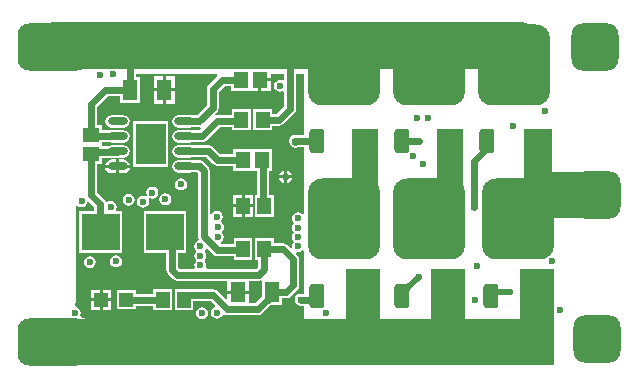
<source format=gtl>
G04*
G04 #@! TF.GenerationSoftware,Altium Limited,Altium Designer,20.0.13 (296)*
G04*
G04 Layer_Physical_Order=1*
G04 Layer_Color=255*
%FSLAX44Y44*%
%MOMM*%
G71*
G01*
G75*
G04:AMPARAMS|DCode=17|XSize=1.27mm|YSize=2.032mm|CornerRadius=0.254mm|HoleSize=0mm|Usage=FLASHONLY|Rotation=0.000|XOffset=0mm|YOffset=0mm|HoleType=Round|Shape=RoundedRectangle|*
%AMROUNDEDRECTD17*
21,1,1.2700,1.5240,0,0,0.0*
21,1,0.7620,2.0320,0,0,0.0*
1,1,0.5080,0.3810,-0.7620*
1,1,0.5080,-0.3810,-0.7620*
1,1,0.5080,-0.3810,0.7620*
1,1,0.5080,0.3810,0.7620*
%
%ADD17ROUNDEDRECTD17*%
G04:AMPARAMS|DCode=18|XSize=6.096mm|YSize=6.858mm|CornerRadius=1.2192mm|HoleSize=0mm|Usage=FLASHONLY|Rotation=0.000|XOffset=0mm|YOffset=0mm|HoleType=Round|Shape=RoundedRectangle|*
%AMROUNDEDRECTD18*
21,1,6.0960,4.4196,0,0,0.0*
21,1,3.6576,6.8580,0,0,0.0*
1,1,2.4384,1.8288,-2.2098*
1,1,2.4384,-1.8288,-2.2098*
1,1,2.4384,-1.8288,2.2098*
1,1,2.4384,1.8288,2.2098*
%
%ADD18ROUNDEDRECTD18*%
%ADD19R,2.5600X3.4500*%
%ADD20O,1.6500X0.6500*%
%ADD21R,1.2000X1.4000*%
%ADD22R,3.2000X3.1500*%
%ADD23R,1.2000X1.2000*%
%ADD24R,1.3000X1.8000*%
%ADD25R,1.4000X1.3000*%
G04:AMPARAMS|DCode=26|XSize=4mm|YSize=4mm|CornerRadius=1mm|HoleSize=0mm|Usage=FLASHONLY|Rotation=90.000|XOffset=0mm|YOffset=0mm|HoleType=Round|Shape=RoundedRectangle|*
%AMROUNDEDRECTD26*
21,1,4.0000,2.0000,0,0,90.0*
21,1,2.0000,4.0000,0,0,90.0*
1,1,2.0000,1.0000,1.0000*
1,1,2.0000,1.0000,-1.0000*
1,1,2.0000,-1.0000,-1.0000*
1,1,2.0000,-1.0000,1.0000*
%
%ADD26ROUNDEDRECTD26*%
G04:AMPARAMS|DCode=27|XSize=4mm|YSize=6mm|CornerRadius=1mm|HoleSize=0mm|Usage=FLASHONLY|Rotation=90.000|XOffset=0mm|YOffset=0mm|HoleType=Round|Shape=RoundedRectangle|*
%AMROUNDEDRECTD27*
21,1,4.0000,4.0000,0,0,90.0*
21,1,2.0000,6.0000,0,0,90.0*
1,1,2.0000,2.0000,1.0000*
1,1,2.0000,2.0000,-1.0000*
1,1,2.0000,-2.0000,-1.0000*
1,1,2.0000,-2.0000,1.0000*
%
%ADD27ROUNDEDRECTD27*%
%ADD28R,1.3000X1.4000*%
%ADD29C,4.0000*%
%ADD30R,2.9000X8.0750*%
%ADD31R,44.0500X3.9250*%
%ADD45C,0.5000*%
%ADD46C,0.6000*%
%ADD47R,6.1750X4.0000*%
%ADD48R,2.4750X5.6750*%
%ADD49R,2.3250X5.6750*%
%ADD50C,0.6000*%
G36*
X916500Y780328D02*
X910608D01*
X909250Y780598D01*
X907299Y780210D01*
X905645Y779105D01*
X904540Y777451D01*
X904152Y775500D01*
X904196Y775277D01*
Y774788D01*
X904585Y772837D01*
X905690Y771183D01*
X907344Y770078D01*
X909294Y769690D01*
X911245Y770078D01*
X911326Y770132D01*
X916500D01*
Y713803D01*
X915230Y713417D01*
X915105Y713605D01*
X913451Y714710D01*
X911500Y715098D01*
X909549Y714710D01*
X907895Y713605D01*
X906790Y711951D01*
X906402Y710000D01*
X906790Y708049D01*
X907555Y706905D01*
X907792Y706000D01*
X907555Y705095D01*
X906790Y703951D01*
X906402Y702000D01*
X906790Y700049D01*
X907555Y698905D01*
X907792Y698000D01*
X907555Y697095D01*
X906790Y695951D01*
X906402Y694000D01*
X906790Y692049D01*
X907555Y690905D01*
X907792Y690000D01*
X907555Y689095D01*
X906790Y687951D01*
X906402Y686000D01*
X906563Y685193D01*
X905392Y684567D01*
X902605Y687355D01*
X900951Y688460D01*
X899000Y688848D01*
X891000D01*
Y692750D01*
X875000D01*
Y674750D01*
X877902D01*
Y668619D01*
X876381Y667098D01*
X834236D01*
X833523Y668368D01*
X833848Y670000D01*
X833460Y671951D01*
X832695Y673095D01*
X832458Y674000D01*
X832695Y674905D01*
X833460Y676049D01*
X833848Y678000D01*
X833460Y679951D01*
X832695Y681095D01*
X832458Y682000D01*
X832695Y682905D01*
X833328Y683852D01*
X834701Y684276D01*
X839582Y679395D01*
X841235Y678290D01*
X843186Y677902D01*
X857000D01*
Y674750D01*
X873000D01*
Y692750D01*
X857000D01*
Y688098D01*
X846577D01*
X846192Y689368D01*
X847355Y690145D01*
X848460Y691799D01*
X848848Y693750D01*
X848460Y695701D01*
X847355Y697355D01*
Y698478D01*
X847605Y698645D01*
X848710Y700299D01*
X849098Y702250D01*
X848710Y704201D01*
X847605Y705855D01*
X846901Y706325D01*
X846441Y707545D01*
X847546Y709199D01*
X847934Y711150D01*
X847546Y713101D01*
X846441Y714754D01*
X844787Y715860D01*
X842836Y716248D01*
X840885Y715860D01*
X839231Y714754D01*
X838126Y713101D01*
X838118Y713060D01*
X836848Y713185D01*
Y750185D01*
X836460Y752136D01*
X835355Y753790D01*
X831840Y757305D01*
X830186Y758410D01*
X828235Y758798D01*
X821531D01*
X820250Y759053D01*
X810250D01*
X808202Y758645D01*
X806465Y757485D01*
X805305Y755748D01*
X804897Y753700D01*
X805305Y751652D01*
X806465Y749915D01*
X808202Y748755D01*
X810250Y748347D01*
X820250D01*
X821531Y748602D01*
X826124D01*
X826652Y748074D01*
Y694436D01*
X827040Y692485D01*
X827424Y691911D01*
X826938Y690738D01*
X826799Y690710D01*
X825145Y689605D01*
X824040Y687951D01*
X823652Y686000D01*
X824040Y684049D01*
X824805Y682905D01*
X825042Y682000D01*
X824805Y681095D01*
X824040Y679951D01*
X823652Y678000D01*
X824040Y676049D01*
X824805Y674905D01*
X825042Y674000D01*
X824805Y673095D01*
X824040Y671951D01*
X823652Y670000D01*
X823977Y668368D01*
X823264Y667098D01*
X811376D01*
X810348Y668126D01*
Y680250D01*
X817000D01*
Y715750D01*
X781000D01*
Y680250D01*
X800152D01*
Y666015D01*
X800540Y664064D01*
X801645Y662410D01*
X805660Y658395D01*
X807314Y657290D01*
X809265Y656902D01*
X851710D01*
Y648270D01*
X860750D01*
X869790D01*
Y656902D01*
X878493D01*
X879980Y657198D01*
X881250Y656418D01*
Y643960D01*
X875615Y638325D01*
X875500Y638348D01*
X874243Y638098D01*
X869790D01*
Y645730D01*
X860750D01*
X851710D01*
Y641909D01*
X850537Y641423D01*
X843605Y648355D01*
X841951Y649460D01*
X840000Y649848D01*
X818000D01*
X817507Y649750D01*
X807000D01*
Y631750D01*
X823000D01*
Y639652D01*
X837888D01*
X841582Y635958D01*
X841214Y634743D01*
X841049Y634710D01*
X839395Y633605D01*
X838290Y631951D01*
X837902Y630000D01*
X838290Y628049D01*
X839395Y626395D01*
X841049Y625290D01*
X843000Y624902D01*
X844951Y625290D01*
X846605Y626395D01*
X847710Y628049D01*
X847729Y628146D01*
X849140Y628730D01*
X849799Y628290D01*
X851750Y627902D01*
X875500D01*
X876500Y628101D01*
X877500Y627902D01*
X879451Y628290D01*
X881105Y629395D01*
X887710Y636000D01*
X898250D01*
Y642152D01*
X901750D01*
X903701Y642540D01*
X905355Y643645D01*
X911105Y649395D01*
X912210Y651049D01*
X912598Y653000D01*
Y675250D01*
X912210Y677201D01*
X911105Y678855D01*
X910068Y679892D01*
X910693Y681062D01*
X911500Y680902D01*
X913451Y681290D01*
X915105Y682395D01*
X915230Y682583D01*
X916500Y682197D01*
Y646098D01*
X913750D01*
X911799Y645710D01*
X910145Y644605D01*
X909040Y642951D01*
X908652Y641000D01*
X909040Y639049D01*
X910145Y637395D01*
X911799Y636290D01*
X913750Y635902D01*
X916500D01*
Y622000D01*
X733993D01*
X732694Y623694D01*
X730074Y625704D01*
X728036Y626548D01*
X727345Y627799D01*
X727733Y629750D01*
X727345Y631701D01*
X726240Y633355D01*
X724586Y634460D01*
X723530Y634670D01*
X722733Y636064D01*
X722928Y636536D01*
X723384Y640000D01*
X723334D01*
Y720572D01*
X724604Y720957D01*
X724645Y720895D01*
X726299Y719790D01*
X728250Y719402D01*
X730201Y719790D01*
X731855Y720895D01*
X732960Y722549D01*
X733165Y723579D01*
X734543Y723997D01*
X739152Y719388D01*
Y715750D01*
X726500D01*
Y680250D01*
X762500D01*
Y715750D01*
X758127D01*
X757448Y717020D01*
X757771Y717504D01*
X758159Y719455D01*
X757771Y721405D01*
X756666Y723059D01*
X755012Y724165D01*
X753061Y724553D01*
X751110Y724165D01*
X750230Y723576D01*
X749078Y723463D01*
X748642Y723926D01*
X747855Y725105D01*
X741348Y731612D01*
Y755750D01*
X745250D01*
Y761206D01*
X752950D01*
X753750Y761047D01*
X763750D01*
X765798Y761455D01*
X767535Y762615D01*
X768695Y764352D01*
X769103Y766400D01*
X768695Y768448D01*
X767535Y770185D01*
X765798Y771345D01*
X763750Y771753D01*
X753750D01*
X751988Y771402D01*
X745250D01*
Y772750D01*
X745250D01*
Y774098D01*
X751988D01*
X753750Y773747D01*
X763750D01*
X765798Y774155D01*
X767535Y775315D01*
X768695Y777052D01*
X769103Y779100D01*
X768695Y781148D01*
X767535Y782885D01*
X765798Y784045D01*
X763750Y784453D01*
X753750D01*
X752950Y784294D01*
X745250D01*
Y788750D01*
X741348D01*
Y804388D01*
X750612Y813652D01*
X760750D01*
Y807500D01*
X777750D01*
Y829500D01*
X774348D01*
Y831750D01*
X842744D01*
X843270Y830480D01*
X835645Y822855D01*
X834540Y821201D01*
X834152Y819250D01*
Y805112D01*
X826034Y796994D01*
X821050D01*
X820250Y797153D01*
X810250D01*
X808202Y796745D01*
X806465Y795585D01*
X805305Y793848D01*
X804897Y791800D01*
X805305Y789752D01*
X806465Y788015D01*
X808202Y786855D01*
X810250Y786447D01*
X820250D01*
X822012Y786798D01*
X828146D01*
X828952Y786958D01*
X829578Y785788D01*
X827988Y784198D01*
X821531D01*
X820250Y784453D01*
X810250D01*
X808202Y784045D01*
X806465Y782885D01*
X805305Y781148D01*
X804897Y779100D01*
X805305Y777052D01*
X806465Y775315D01*
X808202Y774155D01*
X810250Y773747D01*
X820250D01*
X821531Y774002D01*
X830100D01*
X832051Y774390D01*
X833705Y775495D01*
X845112Y786902D01*
X855500D01*
Y784250D01*
X871500D01*
Y802250D01*
X855500D01*
Y797098D01*
X843000D01*
X842193Y796937D01*
X841568Y798108D01*
X842855Y799395D01*
X843960Y801049D01*
X844348Y803000D01*
Y817138D01*
X849362Y822152D01*
X854750D01*
Y818000D01*
X870210D01*
Y817460D01*
X877980D01*
Y827000D01*
X879250D01*
Y828270D01*
X888290D01*
Y831750D01*
X899652D01*
Y827087D01*
X898532Y826489D01*
X898201Y826710D01*
X896250Y827098D01*
X894299Y826710D01*
X892645Y825605D01*
X891540Y823951D01*
X891152Y822000D01*
X891540Y820049D01*
X892645Y818395D01*
X894299Y817290D01*
X896250Y816902D01*
X898201Y817290D01*
X898532Y817511D01*
X899652Y816913D01*
Y804862D01*
X893138Y798348D01*
X889500D01*
Y802250D01*
X873500D01*
Y784250D01*
X889500D01*
Y788152D01*
X895250D01*
X897201Y788540D01*
X898855Y789645D01*
X908355Y799145D01*
X909460Y800799D01*
X909848Y802750D01*
Y820750D01*
X909724Y821375D01*
X909848Y822000D01*
Y831750D01*
X916500D01*
Y780328D01*
D02*
G37*
%LPC*%
G36*
X807290Y830040D02*
X799520D01*
Y819770D01*
X807290D01*
Y830040D01*
D02*
G37*
G36*
X796980D02*
X789210D01*
Y819770D01*
X796980D01*
Y830040D01*
D02*
G37*
G36*
X888290Y825730D02*
X880520D01*
Y817460D01*
X888290D01*
Y825730D01*
D02*
G37*
G36*
X807290Y817230D02*
X799520D01*
Y806960D01*
X807290D01*
Y817230D01*
D02*
G37*
G36*
X796980D02*
X789210D01*
Y806960D01*
X796980D01*
Y817230D01*
D02*
G37*
G36*
X763750Y797153D02*
X753750D01*
X751702Y796745D01*
X749965Y795585D01*
X748805Y793848D01*
X748397Y791800D01*
X748805Y789752D01*
X749965Y788015D01*
X751702Y786855D01*
X753750Y786447D01*
X763750D01*
X765798Y786855D01*
X767535Y788015D01*
X768695Y789752D01*
X769103Y791800D01*
X768695Y793848D01*
X767535Y795585D01*
X765798Y796745D01*
X763750Y797153D01*
D02*
G37*
G36*
Y759603D02*
X760020D01*
Y754970D01*
X769401D01*
X769204Y755959D01*
X767924Y757874D01*
X766009Y759154D01*
X763750Y759603D01*
D02*
G37*
G36*
X757480D02*
X753750D01*
X751491Y759154D01*
X749576Y757874D01*
X748296Y755959D01*
X748099Y754970D01*
X757480D01*
Y759603D01*
D02*
G37*
G36*
X801800Y792000D02*
X772200D01*
Y753500D01*
X801800D01*
Y792000D01*
D02*
G37*
G36*
X769401Y752430D02*
X760020D01*
Y747796D01*
X763750D01*
X766009Y748246D01*
X767924Y749526D01*
X769204Y751441D01*
X769401Y752430D01*
D02*
G37*
G36*
X757480D02*
X748099D01*
X748296Y751441D01*
X749576Y749526D01*
X751491Y748246D01*
X753750Y747796D01*
X757480D01*
Y752430D01*
D02*
G37*
G36*
X902270Y750396D02*
Y746270D01*
X906396D01*
X906218Y747162D01*
X904994Y748994D01*
X903162Y750219D01*
X902270Y750396D01*
D02*
G37*
G36*
X899730D02*
X898838Y750219D01*
X897006Y748994D01*
X895781Y747162D01*
X895604Y746270D01*
X899730D01*
Y750396D01*
D02*
G37*
G36*
X906396Y743730D02*
X902270D01*
Y739604D01*
X903162Y739781D01*
X904994Y741006D01*
X906218Y742838D01*
X906396Y743730D01*
D02*
G37*
G36*
X899730D02*
X895604D01*
X895781Y742838D01*
X897006Y741006D01*
X898838Y739781D01*
X899730Y739604D01*
Y743730D01*
D02*
G37*
G36*
X812500Y743598D02*
X810549Y743210D01*
X808895Y742105D01*
X807790Y740451D01*
X807402Y738500D01*
X807790Y736549D01*
X808895Y734895D01*
X810549Y733790D01*
X812500Y733402D01*
X814451Y733790D01*
X816105Y734895D01*
X817210Y736549D01*
X817598Y738500D01*
X817210Y740451D01*
X816105Y742105D01*
X814451Y743210D01*
X812500Y743598D01*
D02*
G37*
G36*
X788250Y736598D02*
X786299Y736210D01*
X784645Y735105D01*
X783540Y733451D01*
X783152Y731500D01*
X783540Y729549D01*
X783704Y729305D01*
X782788Y728389D01*
X782307Y728710D01*
X780357Y729098D01*
X778406Y728710D01*
X776752Y727605D01*
X775647Y725951D01*
X775259Y724000D01*
X775647Y722049D01*
X776752Y720395D01*
X778406Y719290D01*
X780357Y718902D01*
X782307Y719290D01*
X783961Y720395D01*
X785066Y722049D01*
X785454Y724000D01*
X785066Y725951D01*
X784903Y726196D01*
X785819Y727111D01*
X786299Y726790D01*
X788250Y726402D01*
X790201Y726790D01*
X791855Y727895D01*
X792960Y729549D01*
X793348Y731500D01*
X792960Y733451D01*
X791855Y735105D01*
X790201Y736210D01*
X788250Y736598D01*
D02*
G37*
G36*
X873540Y729790D02*
X866270D01*
Y721520D01*
X873540D01*
Y729790D01*
D02*
G37*
G36*
X863730D02*
X856460D01*
Y721520D01*
X863730D01*
Y729790D01*
D02*
G37*
G36*
X799250Y730848D02*
X797299Y730460D01*
X795645Y729355D01*
X794540Y727701D01*
X794152Y725750D01*
X794540Y723799D01*
X795645Y722145D01*
X797299Y721040D01*
X799250Y720652D01*
X801201Y721040D01*
X802855Y722145D01*
X803960Y723799D01*
X804348Y725750D01*
X803960Y727701D01*
X802855Y729355D01*
X801201Y730460D01*
X799250Y730848D01*
D02*
G37*
G36*
X768250Y730598D02*
X766299Y730210D01*
X764645Y729105D01*
X763540Y727451D01*
X763152Y725500D01*
X763540Y723549D01*
X764645Y721895D01*
X766299Y720790D01*
X768250Y720402D01*
X770201Y720790D01*
X771855Y721895D01*
X772960Y723549D01*
X773348Y725500D01*
X772960Y727451D01*
X771855Y729105D01*
X770201Y730210D01*
X768250Y730598D01*
D02*
G37*
G36*
X820250Y771753D02*
X810250D01*
X808202Y771345D01*
X806465Y770185D01*
X805305Y768448D01*
X804897Y766400D01*
X805305Y764352D01*
X806465Y762615D01*
X808202Y761455D01*
X810250Y761047D01*
X820250D01*
X821531Y761302D01*
X833738D01*
X839395Y755645D01*
X841049Y754540D01*
X843000Y754152D01*
X856250D01*
Y750250D01*
X876777D01*
Y729250D01*
X875000D01*
Y711250D01*
X891000D01*
Y729250D01*
X886973D01*
Y750250D01*
X889250D01*
Y768250D01*
X856250D01*
Y764348D01*
X845112D01*
X839455Y770005D01*
X837801Y771110D01*
X835850Y771498D01*
X821531D01*
X820250Y771753D01*
D02*
G37*
G36*
X873540Y718980D02*
X866270D01*
Y710710D01*
X873540D01*
Y718980D01*
D02*
G37*
G36*
X863730D02*
X856460D01*
Y710710D01*
X863730D01*
Y718980D01*
D02*
G37*
G36*
X757500Y678348D02*
X755549Y677960D01*
X753895Y676855D01*
X752790Y675201D01*
X752402Y673250D01*
X752790Y671299D01*
X753895Y669645D01*
X755549Y668540D01*
X757500Y668152D01*
X759451Y668540D01*
X761105Y669645D01*
X762210Y671299D01*
X762598Y673250D01*
X762210Y675201D01*
X761105Y676855D01*
X759451Y677960D01*
X757500Y678348D01*
D02*
G37*
G36*
X735250Y677848D02*
X733299Y677460D01*
X731645Y676355D01*
X730540Y674701D01*
X730152Y672750D01*
X730540Y670799D01*
X731645Y669145D01*
X733299Y668040D01*
X735250Y667652D01*
X737201Y668040D01*
X738855Y669145D01*
X739960Y670799D01*
X740348Y672750D01*
X739960Y674701D01*
X738855Y676355D01*
X737201Y677460D01*
X735250Y677848D01*
D02*
G37*
G36*
X805000Y649750D02*
X789000D01*
Y645848D01*
X774000D01*
Y648750D01*
X758000D01*
Y632750D01*
X774000D01*
Y635652D01*
X789000D01*
Y631750D01*
X805000D01*
Y649750D01*
D02*
G37*
G36*
X753540Y649290D02*
X746270D01*
Y642020D01*
X753540D01*
Y649290D01*
D02*
G37*
G36*
X743730D02*
X736460D01*
Y642020D01*
X743730D01*
Y649290D01*
D02*
G37*
G36*
X753540Y639480D02*
X746270D01*
Y632210D01*
X753540D01*
Y639480D01*
D02*
G37*
G36*
X743730D02*
X736460D01*
Y632210D01*
X743730D01*
Y639480D01*
D02*
G37*
G36*
X830250Y634598D02*
X828299Y634210D01*
X826645Y633105D01*
X825540Y631451D01*
X825152Y629500D01*
X825540Y627549D01*
X826645Y625895D01*
X828299Y624790D01*
X830250Y624402D01*
X832201Y624790D01*
X833855Y625895D01*
X834960Y627549D01*
X835348Y629500D01*
X834960Y631451D01*
X833855Y633105D01*
X832201Y634210D01*
X830250Y634598D01*
D02*
G37*
%LPD*%
D17*
X927390Y775230D02*
D03*
X973110D02*
D03*
X1045360D02*
D03*
X999640D02*
D03*
X973360Y644250D02*
D03*
X927640Y644250D02*
D03*
X1045610Y644250D02*
D03*
X999890D02*
D03*
X1117360Y775230D02*
D03*
X1071640D02*
D03*
X1120470Y644250D02*
D03*
X1074750D02*
D03*
D18*
X950250Y840000D02*
D03*
X1022500D02*
D03*
X950500Y709020D02*
D03*
X1022750D02*
D03*
X1094500Y840000D02*
D03*
X1097610Y709020D02*
D03*
D19*
X787000Y772750D02*
D03*
D20*
X815250Y753700D02*
D03*
X815250Y766400D02*
D03*
X815250Y779100D02*
D03*
Y791800D02*
D03*
X758750Y753700D02*
D03*
Y766400D02*
D03*
Y779100D02*
D03*
Y791800D02*
D03*
D21*
X863500Y793250D02*
D03*
X881500D02*
D03*
X797000Y640750D02*
D03*
X815000D02*
D03*
X883000Y683750D02*
D03*
X865000D02*
D03*
X883000Y720250D02*
D03*
X865000D02*
D03*
D22*
X744500Y698000D02*
D03*
X799000D02*
D03*
D23*
X766000Y640750D02*
D03*
X745000D02*
D03*
D24*
X769250Y818500D02*
D03*
X798250D02*
D03*
X860750Y647000D02*
D03*
X889750D02*
D03*
D25*
X736250Y764250D02*
D03*
X736250Y780250D02*
D03*
D26*
X1162750Y854750D02*
D03*
X1164500Y729500D02*
D03*
X1164750Y607250D02*
D03*
D27*
X703750Y604750D02*
D03*
X704250Y855250D02*
D03*
D28*
X879250Y827000D02*
D03*
X863250D02*
D03*
X880750Y759250D02*
D03*
X864750D02*
D03*
D29*
X705730Y856730D02*
X1098250D01*
X704250Y855250D02*
X705730Y856730D01*
D30*
X1114250Y626875D02*
D03*
X1038750D02*
D03*
X966500Y627125D02*
D03*
D31*
X908250Y604875D02*
D03*
D45*
X1013750Y660500D02*
X1014000D01*
X1004000Y650750D02*
X1013750Y660500D01*
X1004000Y648750D02*
Y650750D01*
X1075250Y648250D02*
X1076000Y647500D01*
X1091000D01*
D46*
X890625Y645375D02*
Y647875D01*
X851750Y633000D02*
X875500D01*
X909520Y775230D02*
X927390D01*
X909250Y775500D02*
X909520Y775230D01*
X909294Y774788D02*
Y775456D01*
X909250Y775500D02*
X909294Y775456D01*
X744250Y710750D02*
X744500D01*
X769250Y818500D02*
Y845500D01*
X768250Y846500D02*
X769250Y845500D01*
X1014230Y775230D02*
X1014250Y775250D01*
X999640Y775230D02*
X1014230D01*
X1060250Y758250D02*
X1069500Y767500D01*
X1060250Y719000D02*
Y758250D01*
X913750Y641000D02*
X924390D01*
X927640Y644250D01*
X818000Y644750D02*
X840000D01*
X851750Y633000D01*
X904750Y822000D02*
Y846000D01*
X907500Y848750D01*
X904750Y802750D02*
Y820750D01*
X739696Y779196D02*
X758654D01*
X758750Y779100D01*
X877500Y633000D02*
X885250Y640750D01*
X885500D01*
X815000Y640750D02*
Y641750D01*
X818000Y644750D01*
X886250Y641000D02*
X890625Y645375D01*
X805000Y687750D02*
X805250Y687500D01*
Y666015D02*
Y687500D01*
X744250Y710750D02*
X744250Y710750D01*
X744250Y710750D02*
Y721500D01*
X809265Y662000D02*
X878493D01*
X805250Y666015D02*
X809265Y662000D01*
X878493D02*
X883000Y666507D01*
Y683750D01*
X843186Y683000D02*
X862000D01*
X831750Y694436D02*
X843186Y683000D01*
X831750Y694436D02*
Y750185D01*
X766000Y640750D02*
X794000D01*
X794250Y641000D01*
Y641250D01*
X901750Y647250D02*
X907500Y653000D01*
X891250Y647250D02*
X901750D01*
X907500Y653000D02*
Y675250D01*
X883000Y683750D02*
X899000D01*
X907500Y675250D01*
X847250Y827250D02*
X860000D01*
X839250Y819250D02*
X847250Y827250D01*
X839250Y803000D02*
Y819250D01*
X828146Y791896D02*
X839250Y803000D01*
X815250Y791800D02*
X815346Y791896D01*
X828146D01*
X830100Y779100D02*
X843000Y792000D01*
X858500D01*
X815250Y779100D02*
X830100D01*
X881875Y721375D02*
X883000Y720250D01*
X881875Y721375D02*
Y755625D01*
X882750Y756500D01*
X862000Y683000D02*
Y684500D01*
X815250Y753700D02*
X828235D01*
X831750Y750185D01*
X864250Y759250D02*
X864750Y759750D01*
X843000Y759250D02*
X864250D01*
X815250Y766400D02*
X835850D01*
X843000Y759250D01*
X748500Y818750D02*
X765250D01*
X736250Y806500D02*
X748500Y818750D01*
X736250Y780250D02*
Y806500D01*
X736250Y729500D02*
X744250Y721500D01*
X736250Y729500D02*
Y764250D01*
X758654Y766304D02*
X758750Y766400D01*
X737804Y766304D02*
X758654D01*
X736500Y765000D02*
X737804Y766304D01*
X895250Y793250D02*
X904750Y802750D01*
X881500Y793250D02*
X895250D01*
D47*
X1145375Y729250D02*
D03*
D48*
X1114875Y757125D02*
D03*
D49*
X1040625D02*
D03*
X968125D02*
D03*
D50*
X1014000Y660500D02*
D03*
X1061750Y640500D02*
D03*
X1063250Y669500D02*
D03*
X1126730Y673572D02*
D03*
X909294Y774788D02*
D03*
X911500Y694000D02*
D03*
Y686000D02*
D03*
X728250Y724500D02*
D03*
X780357Y724000D02*
D03*
X753061Y719455D02*
D03*
X1091000Y647500D02*
D03*
X960250Y695750D02*
D03*
X973000Y689500D02*
D03*
X966750D02*
D03*
X960500D02*
D03*
X966500Y695750D02*
D03*
X972750D02*
D03*
X954000Y695500D02*
D03*
X954250Y689250D02*
D03*
X953751Y701750D02*
D03*
X972501Y702001D02*
D03*
X966251D02*
D03*
X960001D02*
D03*
X1017593Y756157D02*
D03*
X1023500Y695000D02*
D03*
X1029750D02*
D03*
X1036000D02*
D03*
X1036250Y688750D02*
D03*
X1030000D02*
D03*
X1023750D02*
D03*
X1024000Y682500D02*
D03*
X1030250D02*
D03*
X1036500D02*
D03*
X875500Y633250D02*
D03*
X799250Y725750D02*
D03*
X844000Y702250D02*
D03*
X1012250Y795000D02*
D03*
X1093500Y788250D02*
D03*
X911500Y710000D02*
D03*
Y702000D02*
D03*
X1009250Y762500D02*
D03*
X1014250Y775250D02*
D03*
X1060250Y719000D02*
D03*
X1120968Y801032D02*
D03*
X913750Y641000D02*
D03*
X896250Y822000D02*
D03*
X904750D02*
D03*
X901000Y745000D02*
D03*
X935500Y629500D02*
D03*
X842836Y711150D02*
D03*
X754715Y831719D02*
D03*
X744286Y831541D02*
D03*
X1133750Y632500D02*
D03*
X1118500Y753750D02*
D03*
X1021245Y795028D02*
D03*
X768250Y725500D02*
D03*
X788250Y731500D02*
D03*
X735250Y672750D02*
D03*
X722635Y629750D02*
D03*
X830250Y629500D02*
D03*
X843000Y630000D02*
D03*
X757500Y673250D02*
D03*
X828750Y670000D02*
D03*
Y678000D02*
D03*
Y686000D02*
D03*
X843750Y693750D02*
D03*
X812500Y738500D02*
D03*
X792500Y761750D02*
D03*
X781500D02*
D03*
Y772750D02*
D03*
X792500D02*
D03*
Y783750D02*
D03*
X781500D02*
D03*
X1155500Y617750D02*
D03*
X1165250Y618000D02*
D03*
X1174500Y618250D02*
D03*
X1174750Y608250D02*
D03*
X1165500Y608000D02*
D03*
X1155750Y607750D02*
D03*
Y597000D02*
D03*
X1165500Y597250D02*
D03*
X1174750Y597500D02*
D03*
X1174500Y719750D02*
D03*
X1165250Y719500D02*
D03*
X1155500Y719250D02*
D03*
Y730000D02*
D03*
X1165250Y730250D02*
D03*
X1174500Y730500D02*
D03*
X1174250Y740500D02*
D03*
X1165000Y740250D02*
D03*
X1155250Y740000D02*
D03*
X1153500Y865250D02*
D03*
X1163250Y865500D02*
D03*
X1172500Y865750D02*
D03*
X1172750Y855750D02*
D03*
X1163500Y855500D02*
D03*
X1153750Y855250D02*
D03*
Y844500D02*
D03*
X1163500Y844750D02*
D03*
X1172750Y845000D02*
D03*
X723000Y595500D02*
D03*
X703750Y595250D02*
D03*
X713500Y595500D02*
D03*
X694500Y595000D02*
D03*
X684750Y594750D02*
D03*
Y605500D02*
D03*
X694500Y605750D02*
D03*
X713500Y606250D02*
D03*
X703750Y606000D02*
D03*
X723000Y606250D02*
D03*
X722750Y616250D02*
D03*
X703500Y616000D02*
D03*
X713250Y616250D02*
D03*
X694250Y615750D02*
D03*
X684500Y615500D02*
D03*
X685000Y866000D02*
D03*
X694750Y866250D02*
D03*
X713750Y866750D02*
D03*
X704000Y866500D02*
D03*
X723250Y866750D02*
D03*
X723500Y856750D02*
D03*
X704250Y856500D02*
D03*
X714000Y856750D02*
D03*
X695000Y856250D02*
D03*
X685250Y856000D02*
D03*
Y845250D02*
D03*
X695000Y845500D02*
D03*
X714000Y846000D02*
D03*
X704250Y845750D02*
D03*
X723500Y846000D02*
D03*
M02*

</source>
